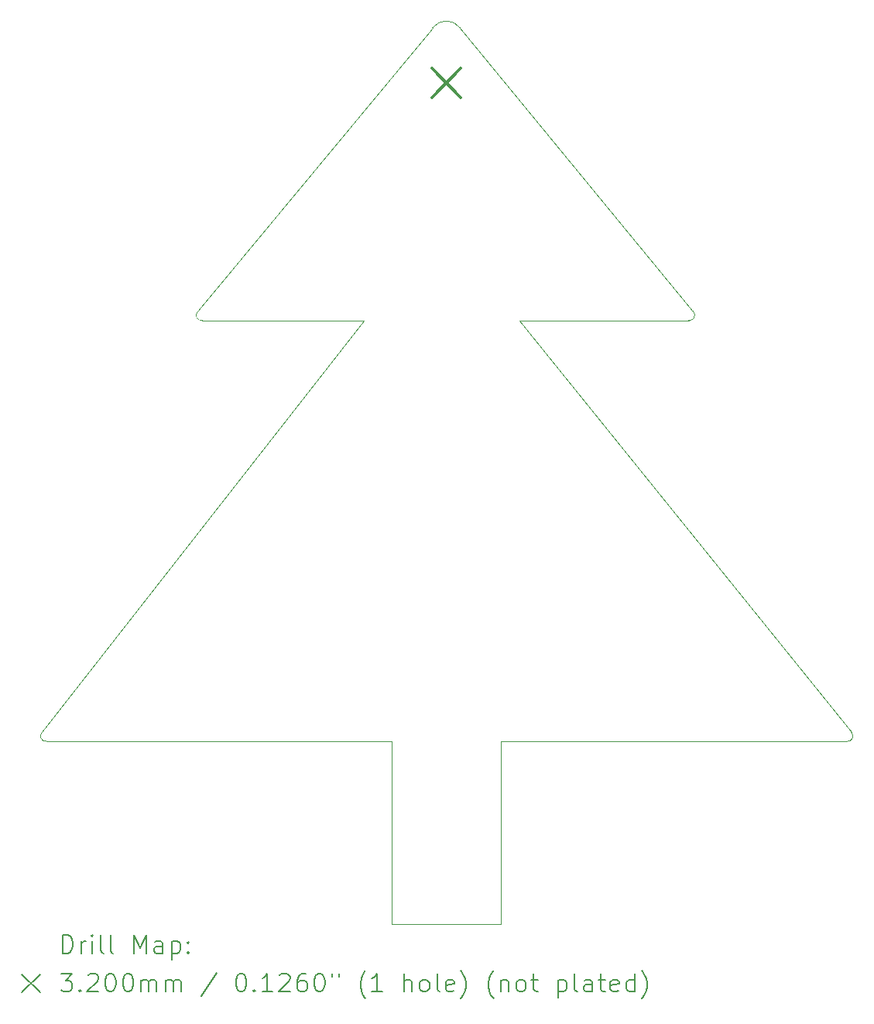
<source format=gbr>
%TF.GenerationSoftware,KiCad,Pcbnew,7.0.2.1-36-g582732918d-dirty-deb11*%
%TF.CreationDate,2024-01-19T17:51:50+00:00*%
%TF.ProjectId,baumsatz,6261756d-7361-4747-9a2e-6b696361645f,rev?*%
%TF.SameCoordinates,Original*%
%TF.FileFunction,Drillmap*%
%TF.FilePolarity,Positive*%
%FSLAX45Y45*%
G04 Gerber Fmt 4.5, Leading zero omitted, Abs format (unit mm)*
G04 Created by KiCad (PCBNEW 7.0.2.1-36-g582732918d-dirty-deb11) date 2024-01-19 17:51:50*
%MOMM*%
%LPD*%
G01*
G04 APERTURE LIST*
%ADD10C,0.100000*%
%ADD11C,0.200000*%
%ADD12C,0.320000*%
G04 APERTURE END LIST*
D10*
X-2668962Y-3400000D02*
X-900000Y-3400000D01*
X4428962Y-7901981D02*
X800000Y-3400000D01*
X150000Y-200000D02*
G75*
G03*
X-150000Y-200000I-150000J-116562D01*
G01*
X-600000Y-10000000D02*
X600000Y-10000000D01*
X-600000Y-8000000D02*
X-600000Y-10000000D01*
X800000Y-3400000D02*
X2650000Y-3400000D01*
X600000Y-8000000D02*
X4378962Y-8001981D01*
X4378962Y-8001981D02*
G75*
G03*
X4428962Y-7901981I8338J58331D01*
G01*
X-2718962Y-3300000D02*
G75*
G03*
X-2668962Y-3400000I41667J-41666D01*
G01*
X2650000Y-3400001D02*
G75*
G03*
X2700000Y-3300000I8333J58334D01*
G01*
X600000Y-10000000D02*
X600000Y-8000000D01*
X-4370778Y-7999889D02*
X-600000Y-8000000D01*
X-150000Y-200000D02*
X-2718962Y-3300000D01*
X-4420778Y-7899889D02*
G75*
G03*
X-4370778Y-7999889I40778J-42111D01*
G01*
X-900000Y-3400000D02*
X-4420778Y-7899889D01*
X2700000Y-3300000D02*
X150000Y-200000D01*
D11*
D12*
X-160000Y-640000D02*
X160000Y-960000D01*
X160000Y-640000D02*
X-160000Y-960000D01*
D11*
X-4196000Y-10317524D02*
X-4196000Y-10117524D01*
X-4196000Y-10117524D02*
X-4148381Y-10117524D01*
X-4148381Y-10117524D02*
X-4119809Y-10127048D01*
X-4119809Y-10127048D02*
X-4100762Y-10146095D01*
X-4100762Y-10146095D02*
X-4091238Y-10165143D01*
X-4091238Y-10165143D02*
X-4081714Y-10203238D01*
X-4081714Y-10203238D02*
X-4081714Y-10231810D01*
X-4081714Y-10231810D02*
X-4091238Y-10269905D01*
X-4091238Y-10269905D02*
X-4100762Y-10288952D01*
X-4100762Y-10288952D02*
X-4119809Y-10308000D01*
X-4119809Y-10308000D02*
X-4148381Y-10317524D01*
X-4148381Y-10317524D02*
X-4196000Y-10317524D01*
X-3996000Y-10317524D02*
X-3996000Y-10184190D01*
X-3996000Y-10222286D02*
X-3986476Y-10203238D01*
X-3986476Y-10203238D02*
X-3976952Y-10193714D01*
X-3976952Y-10193714D02*
X-3957905Y-10184190D01*
X-3957905Y-10184190D02*
X-3938857Y-10184190D01*
X-3872190Y-10317524D02*
X-3872190Y-10184190D01*
X-3872190Y-10117524D02*
X-3881714Y-10127048D01*
X-3881714Y-10127048D02*
X-3872190Y-10136571D01*
X-3872190Y-10136571D02*
X-3862667Y-10127048D01*
X-3862667Y-10127048D02*
X-3872190Y-10117524D01*
X-3872190Y-10117524D02*
X-3872190Y-10136571D01*
X-3748381Y-10317524D02*
X-3767428Y-10308000D01*
X-3767428Y-10308000D02*
X-3776952Y-10288952D01*
X-3776952Y-10288952D02*
X-3776952Y-10117524D01*
X-3643619Y-10317524D02*
X-3662667Y-10308000D01*
X-3662667Y-10308000D02*
X-3672190Y-10288952D01*
X-3672190Y-10288952D02*
X-3672190Y-10117524D01*
X-3415047Y-10317524D02*
X-3415047Y-10117524D01*
X-3415047Y-10117524D02*
X-3348381Y-10260381D01*
X-3348381Y-10260381D02*
X-3281714Y-10117524D01*
X-3281714Y-10117524D02*
X-3281714Y-10317524D01*
X-3100762Y-10317524D02*
X-3100762Y-10212762D01*
X-3100762Y-10212762D02*
X-3110286Y-10193714D01*
X-3110286Y-10193714D02*
X-3129333Y-10184190D01*
X-3129333Y-10184190D02*
X-3167428Y-10184190D01*
X-3167428Y-10184190D02*
X-3186476Y-10193714D01*
X-3100762Y-10308000D02*
X-3119809Y-10317524D01*
X-3119809Y-10317524D02*
X-3167428Y-10317524D01*
X-3167428Y-10317524D02*
X-3186476Y-10308000D01*
X-3186476Y-10308000D02*
X-3196000Y-10288952D01*
X-3196000Y-10288952D02*
X-3196000Y-10269905D01*
X-3196000Y-10269905D02*
X-3186476Y-10250857D01*
X-3186476Y-10250857D02*
X-3167428Y-10241333D01*
X-3167428Y-10241333D02*
X-3119809Y-10241333D01*
X-3119809Y-10241333D02*
X-3100762Y-10231810D01*
X-3005524Y-10184190D02*
X-3005524Y-10384190D01*
X-3005524Y-10193714D02*
X-2986476Y-10184190D01*
X-2986476Y-10184190D02*
X-2948381Y-10184190D01*
X-2948381Y-10184190D02*
X-2929333Y-10193714D01*
X-2929333Y-10193714D02*
X-2919809Y-10203238D01*
X-2919809Y-10203238D02*
X-2910286Y-10222286D01*
X-2910286Y-10222286D02*
X-2910286Y-10279429D01*
X-2910286Y-10279429D02*
X-2919809Y-10298476D01*
X-2919809Y-10298476D02*
X-2929333Y-10308000D01*
X-2929333Y-10308000D02*
X-2948381Y-10317524D01*
X-2948381Y-10317524D02*
X-2986476Y-10317524D01*
X-2986476Y-10317524D02*
X-3005524Y-10308000D01*
X-2824571Y-10298476D02*
X-2815047Y-10308000D01*
X-2815047Y-10308000D02*
X-2824571Y-10317524D01*
X-2824571Y-10317524D02*
X-2834095Y-10308000D01*
X-2834095Y-10308000D02*
X-2824571Y-10298476D01*
X-2824571Y-10298476D02*
X-2824571Y-10317524D01*
X-2824571Y-10193714D02*
X-2815047Y-10203238D01*
X-2815047Y-10203238D02*
X-2824571Y-10212762D01*
X-2824571Y-10212762D02*
X-2834095Y-10203238D01*
X-2834095Y-10203238D02*
X-2824571Y-10193714D01*
X-2824571Y-10193714D02*
X-2824571Y-10212762D01*
X-4643619Y-10545000D02*
X-4443619Y-10745000D01*
X-4443619Y-10545000D02*
X-4643619Y-10745000D01*
X-4215048Y-10537524D02*
X-4091238Y-10537524D01*
X-4091238Y-10537524D02*
X-4157905Y-10613714D01*
X-4157905Y-10613714D02*
X-4129333Y-10613714D01*
X-4129333Y-10613714D02*
X-4110286Y-10623238D01*
X-4110286Y-10623238D02*
X-4100762Y-10632762D01*
X-4100762Y-10632762D02*
X-4091238Y-10651810D01*
X-4091238Y-10651810D02*
X-4091238Y-10699429D01*
X-4091238Y-10699429D02*
X-4100762Y-10718476D01*
X-4100762Y-10718476D02*
X-4110286Y-10728000D01*
X-4110286Y-10728000D02*
X-4129333Y-10737524D01*
X-4129333Y-10737524D02*
X-4186476Y-10737524D01*
X-4186476Y-10737524D02*
X-4205524Y-10728000D01*
X-4205524Y-10728000D02*
X-4215048Y-10718476D01*
X-4005524Y-10718476D02*
X-3996000Y-10728000D01*
X-3996000Y-10728000D02*
X-4005524Y-10737524D01*
X-4005524Y-10737524D02*
X-4015047Y-10728000D01*
X-4015047Y-10728000D02*
X-4005524Y-10718476D01*
X-4005524Y-10718476D02*
X-4005524Y-10737524D01*
X-3919809Y-10556571D02*
X-3910286Y-10547048D01*
X-3910286Y-10547048D02*
X-3891238Y-10537524D01*
X-3891238Y-10537524D02*
X-3843619Y-10537524D01*
X-3843619Y-10537524D02*
X-3824571Y-10547048D01*
X-3824571Y-10547048D02*
X-3815047Y-10556571D01*
X-3815047Y-10556571D02*
X-3805524Y-10575619D01*
X-3805524Y-10575619D02*
X-3805524Y-10594667D01*
X-3805524Y-10594667D02*
X-3815047Y-10623238D01*
X-3815047Y-10623238D02*
X-3929333Y-10737524D01*
X-3929333Y-10737524D02*
X-3805524Y-10737524D01*
X-3681714Y-10537524D02*
X-3662666Y-10537524D01*
X-3662666Y-10537524D02*
X-3643619Y-10547048D01*
X-3643619Y-10547048D02*
X-3634095Y-10556571D01*
X-3634095Y-10556571D02*
X-3624571Y-10575619D01*
X-3624571Y-10575619D02*
X-3615047Y-10613714D01*
X-3615047Y-10613714D02*
X-3615047Y-10661333D01*
X-3615047Y-10661333D02*
X-3624571Y-10699429D01*
X-3624571Y-10699429D02*
X-3634095Y-10718476D01*
X-3634095Y-10718476D02*
X-3643619Y-10728000D01*
X-3643619Y-10728000D02*
X-3662666Y-10737524D01*
X-3662666Y-10737524D02*
X-3681714Y-10737524D01*
X-3681714Y-10737524D02*
X-3700762Y-10728000D01*
X-3700762Y-10728000D02*
X-3710286Y-10718476D01*
X-3710286Y-10718476D02*
X-3719809Y-10699429D01*
X-3719809Y-10699429D02*
X-3729333Y-10661333D01*
X-3729333Y-10661333D02*
X-3729333Y-10613714D01*
X-3729333Y-10613714D02*
X-3719809Y-10575619D01*
X-3719809Y-10575619D02*
X-3710286Y-10556571D01*
X-3710286Y-10556571D02*
X-3700762Y-10547048D01*
X-3700762Y-10547048D02*
X-3681714Y-10537524D01*
X-3491238Y-10537524D02*
X-3472190Y-10537524D01*
X-3472190Y-10537524D02*
X-3453143Y-10547048D01*
X-3453143Y-10547048D02*
X-3443619Y-10556571D01*
X-3443619Y-10556571D02*
X-3434095Y-10575619D01*
X-3434095Y-10575619D02*
X-3424571Y-10613714D01*
X-3424571Y-10613714D02*
X-3424571Y-10661333D01*
X-3424571Y-10661333D02*
X-3434095Y-10699429D01*
X-3434095Y-10699429D02*
X-3443619Y-10718476D01*
X-3443619Y-10718476D02*
X-3453143Y-10728000D01*
X-3453143Y-10728000D02*
X-3472190Y-10737524D01*
X-3472190Y-10737524D02*
X-3491238Y-10737524D01*
X-3491238Y-10737524D02*
X-3510286Y-10728000D01*
X-3510286Y-10728000D02*
X-3519809Y-10718476D01*
X-3519809Y-10718476D02*
X-3529333Y-10699429D01*
X-3529333Y-10699429D02*
X-3538857Y-10661333D01*
X-3538857Y-10661333D02*
X-3538857Y-10613714D01*
X-3538857Y-10613714D02*
X-3529333Y-10575619D01*
X-3529333Y-10575619D02*
X-3519809Y-10556571D01*
X-3519809Y-10556571D02*
X-3510286Y-10547048D01*
X-3510286Y-10547048D02*
X-3491238Y-10537524D01*
X-3338857Y-10737524D02*
X-3338857Y-10604190D01*
X-3338857Y-10623238D02*
X-3329333Y-10613714D01*
X-3329333Y-10613714D02*
X-3310286Y-10604190D01*
X-3310286Y-10604190D02*
X-3281714Y-10604190D01*
X-3281714Y-10604190D02*
X-3262666Y-10613714D01*
X-3262666Y-10613714D02*
X-3253143Y-10632762D01*
X-3253143Y-10632762D02*
X-3253143Y-10737524D01*
X-3253143Y-10632762D02*
X-3243619Y-10613714D01*
X-3243619Y-10613714D02*
X-3224571Y-10604190D01*
X-3224571Y-10604190D02*
X-3196000Y-10604190D01*
X-3196000Y-10604190D02*
X-3176952Y-10613714D01*
X-3176952Y-10613714D02*
X-3167428Y-10632762D01*
X-3167428Y-10632762D02*
X-3167428Y-10737524D01*
X-3072190Y-10737524D02*
X-3072190Y-10604190D01*
X-3072190Y-10623238D02*
X-3062666Y-10613714D01*
X-3062666Y-10613714D02*
X-3043619Y-10604190D01*
X-3043619Y-10604190D02*
X-3015047Y-10604190D01*
X-3015047Y-10604190D02*
X-2996000Y-10613714D01*
X-2996000Y-10613714D02*
X-2986476Y-10632762D01*
X-2986476Y-10632762D02*
X-2986476Y-10737524D01*
X-2986476Y-10632762D02*
X-2976952Y-10613714D01*
X-2976952Y-10613714D02*
X-2957905Y-10604190D01*
X-2957905Y-10604190D02*
X-2929333Y-10604190D01*
X-2929333Y-10604190D02*
X-2910285Y-10613714D01*
X-2910285Y-10613714D02*
X-2900762Y-10632762D01*
X-2900762Y-10632762D02*
X-2900762Y-10737524D01*
X-2510286Y-10528000D02*
X-2681714Y-10785143D01*
X-2253143Y-10537524D02*
X-2234095Y-10537524D01*
X-2234095Y-10537524D02*
X-2215047Y-10547048D01*
X-2215047Y-10547048D02*
X-2205524Y-10556571D01*
X-2205524Y-10556571D02*
X-2196000Y-10575619D01*
X-2196000Y-10575619D02*
X-2186476Y-10613714D01*
X-2186476Y-10613714D02*
X-2186476Y-10661333D01*
X-2186476Y-10661333D02*
X-2196000Y-10699429D01*
X-2196000Y-10699429D02*
X-2205524Y-10718476D01*
X-2205524Y-10718476D02*
X-2215047Y-10728000D01*
X-2215047Y-10728000D02*
X-2234095Y-10737524D01*
X-2234095Y-10737524D02*
X-2253143Y-10737524D01*
X-2253143Y-10737524D02*
X-2272190Y-10728000D01*
X-2272190Y-10728000D02*
X-2281714Y-10718476D01*
X-2281714Y-10718476D02*
X-2291238Y-10699429D01*
X-2291238Y-10699429D02*
X-2300762Y-10661333D01*
X-2300762Y-10661333D02*
X-2300762Y-10613714D01*
X-2300762Y-10613714D02*
X-2291238Y-10575619D01*
X-2291238Y-10575619D02*
X-2281714Y-10556571D01*
X-2281714Y-10556571D02*
X-2272190Y-10547048D01*
X-2272190Y-10547048D02*
X-2253143Y-10537524D01*
X-2100762Y-10718476D02*
X-2091238Y-10728000D01*
X-2091238Y-10728000D02*
X-2100762Y-10737524D01*
X-2100762Y-10737524D02*
X-2110285Y-10728000D01*
X-2110285Y-10728000D02*
X-2100762Y-10718476D01*
X-2100762Y-10718476D02*
X-2100762Y-10737524D01*
X-1900762Y-10737524D02*
X-2015047Y-10737524D01*
X-1957904Y-10737524D02*
X-1957904Y-10537524D01*
X-1957904Y-10537524D02*
X-1976952Y-10566095D01*
X-1976952Y-10566095D02*
X-1996000Y-10585143D01*
X-1996000Y-10585143D02*
X-2015047Y-10594667D01*
X-1824571Y-10556571D02*
X-1815047Y-10547048D01*
X-1815047Y-10547048D02*
X-1796000Y-10537524D01*
X-1796000Y-10537524D02*
X-1748381Y-10537524D01*
X-1748381Y-10537524D02*
X-1729333Y-10547048D01*
X-1729333Y-10547048D02*
X-1719809Y-10556571D01*
X-1719809Y-10556571D02*
X-1710285Y-10575619D01*
X-1710285Y-10575619D02*
X-1710285Y-10594667D01*
X-1710285Y-10594667D02*
X-1719809Y-10623238D01*
X-1719809Y-10623238D02*
X-1834095Y-10737524D01*
X-1834095Y-10737524D02*
X-1710285Y-10737524D01*
X-1538857Y-10537524D02*
X-1576952Y-10537524D01*
X-1576952Y-10537524D02*
X-1596000Y-10547048D01*
X-1596000Y-10547048D02*
X-1605523Y-10556571D01*
X-1605523Y-10556571D02*
X-1624571Y-10585143D01*
X-1624571Y-10585143D02*
X-1634095Y-10623238D01*
X-1634095Y-10623238D02*
X-1634095Y-10699429D01*
X-1634095Y-10699429D02*
X-1624571Y-10718476D01*
X-1624571Y-10718476D02*
X-1615047Y-10728000D01*
X-1615047Y-10728000D02*
X-1596000Y-10737524D01*
X-1596000Y-10737524D02*
X-1557904Y-10737524D01*
X-1557904Y-10737524D02*
X-1538857Y-10728000D01*
X-1538857Y-10728000D02*
X-1529333Y-10718476D01*
X-1529333Y-10718476D02*
X-1519809Y-10699429D01*
X-1519809Y-10699429D02*
X-1519809Y-10651810D01*
X-1519809Y-10651810D02*
X-1529333Y-10632762D01*
X-1529333Y-10632762D02*
X-1538857Y-10623238D01*
X-1538857Y-10623238D02*
X-1557904Y-10613714D01*
X-1557904Y-10613714D02*
X-1596000Y-10613714D01*
X-1596000Y-10613714D02*
X-1615047Y-10623238D01*
X-1615047Y-10623238D02*
X-1624571Y-10632762D01*
X-1624571Y-10632762D02*
X-1634095Y-10651810D01*
X-1396000Y-10537524D02*
X-1376952Y-10537524D01*
X-1376952Y-10537524D02*
X-1357904Y-10547048D01*
X-1357904Y-10547048D02*
X-1348381Y-10556571D01*
X-1348381Y-10556571D02*
X-1338857Y-10575619D01*
X-1338857Y-10575619D02*
X-1329333Y-10613714D01*
X-1329333Y-10613714D02*
X-1329333Y-10661333D01*
X-1329333Y-10661333D02*
X-1338857Y-10699429D01*
X-1338857Y-10699429D02*
X-1348381Y-10718476D01*
X-1348381Y-10718476D02*
X-1357904Y-10728000D01*
X-1357904Y-10728000D02*
X-1376952Y-10737524D01*
X-1376952Y-10737524D02*
X-1396000Y-10737524D01*
X-1396000Y-10737524D02*
X-1415047Y-10728000D01*
X-1415047Y-10728000D02*
X-1424571Y-10718476D01*
X-1424571Y-10718476D02*
X-1434095Y-10699429D01*
X-1434095Y-10699429D02*
X-1443619Y-10661333D01*
X-1443619Y-10661333D02*
X-1443619Y-10613714D01*
X-1443619Y-10613714D02*
X-1434095Y-10575619D01*
X-1434095Y-10575619D02*
X-1424571Y-10556571D01*
X-1424571Y-10556571D02*
X-1415047Y-10547048D01*
X-1415047Y-10547048D02*
X-1396000Y-10537524D01*
X-1253143Y-10537524D02*
X-1253143Y-10575619D01*
X-1176952Y-10537524D02*
X-1176952Y-10575619D01*
X-881714Y-10813714D02*
X-891238Y-10804190D01*
X-891238Y-10804190D02*
X-910285Y-10775619D01*
X-910285Y-10775619D02*
X-919809Y-10756571D01*
X-919809Y-10756571D02*
X-929333Y-10728000D01*
X-929333Y-10728000D02*
X-938857Y-10680381D01*
X-938857Y-10680381D02*
X-938857Y-10642286D01*
X-938857Y-10642286D02*
X-929333Y-10594667D01*
X-929333Y-10594667D02*
X-919809Y-10566095D01*
X-919809Y-10566095D02*
X-910285Y-10547048D01*
X-910285Y-10547048D02*
X-891238Y-10518476D01*
X-891238Y-10518476D02*
X-881714Y-10508952D01*
X-700761Y-10737524D02*
X-815047Y-10737524D01*
X-757904Y-10737524D02*
X-757904Y-10537524D01*
X-757904Y-10537524D02*
X-776952Y-10566095D01*
X-776952Y-10566095D02*
X-796000Y-10585143D01*
X-796000Y-10585143D02*
X-815047Y-10594667D01*
X-462666Y-10737524D02*
X-462666Y-10537524D01*
X-376952Y-10737524D02*
X-376952Y-10632762D01*
X-376952Y-10632762D02*
X-386476Y-10613714D01*
X-386476Y-10613714D02*
X-405523Y-10604190D01*
X-405523Y-10604190D02*
X-434095Y-10604190D01*
X-434095Y-10604190D02*
X-453142Y-10613714D01*
X-453142Y-10613714D02*
X-462666Y-10623238D01*
X-253142Y-10737524D02*
X-272190Y-10728000D01*
X-272190Y-10728000D02*
X-281714Y-10718476D01*
X-281714Y-10718476D02*
X-291238Y-10699429D01*
X-291238Y-10699429D02*
X-291238Y-10642286D01*
X-291238Y-10642286D02*
X-281714Y-10623238D01*
X-281714Y-10623238D02*
X-272190Y-10613714D01*
X-272190Y-10613714D02*
X-253142Y-10604190D01*
X-253142Y-10604190D02*
X-224571Y-10604190D01*
X-224571Y-10604190D02*
X-205523Y-10613714D01*
X-205523Y-10613714D02*
X-195999Y-10623238D01*
X-195999Y-10623238D02*
X-186476Y-10642286D01*
X-186476Y-10642286D02*
X-186476Y-10699429D01*
X-186476Y-10699429D02*
X-195999Y-10718476D01*
X-195999Y-10718476D02*
X-205523Y-10728000D01*
X-205523Y-10728000D02*
X-224571Y-10737524D01*
X-224571Y-10737524D02*
X-253142Y-10737524D01*
X-72190Y-10737524D02*
X-91238Y-10728000D01*
X-91238Y-10728000D02*
X-100761Y-10708952D01*
X-100761Y-10708952D02*
X-100761Y-10537524D01*
X80191Y-10728000D02*
X61143Y-10737524D01*
X61143Y-10737524D02*
X23048Y-10737524D01*
X23048Y-10737524D02*
X4000Y-10728000D01*
X4000Y-10728000D02*
X-5523Y-10708952D01*
X-5523Y-10708952D02*
X-5523Y-10632762D01*
X-5523Y-10632762D02*
X4000Y-10613714D01*
X4000Y-10613714D02*
X23048Y-10604190D01*
X23048Y-10604190D02*
X61143Y-10604190D01*
X61143Y-10604190D02*
X80191Y-10613714D01*
X80191Y-10613714D02*
X89715Y-10632762D01*
X89715Y-10632762D02*
X89715Y-10651810D01*
X89715Y-10651810D02*
X-5523Y-10670857D01*
X156381Y-10813714D02*
X165905Y-10804190D01*
X165905Y-10804190D02*
X184953Y-10775619D01*
X184953Y-10775619D02*
X194477Y-10756571D01*
X194477Y-10756571D02*
X204000Y-10728000D01*
X204000Y-10728000D02*
X213524Y-10680381D01*
X213524Y-10680381D02*
X213524Y-10642286D01*
X213524Y-10642286D02*
X204000Y-10594667D01*
X204000Y-10594667D02*
X194477Y-10566095D01*
X194477Y-10566095D02*
X184953Y-10547048D01*
X184953Y-10547048D02*
X165905Y-10518476D01*
X165905Y-10518476D02*
X156381Y-10508952D01*
X518286Y-10813714D02*
X508762Y-10804190D01*
X508762Y-10804190D02*
X489715Y-10775619D01*
X489715Y-10775619D02*
X480191Y-10756571D01*
X480191Y-10756571D02*
X470667Y-10728000D01*
X470667Y-10728000D02*
X461143Y-10680381D01*
X461143Y-10680381D02*
X461143Y-10642286D01*
X461143Y-10642286D02*
X470667Y-10594667D01*
X470667Y-10594667D02*
X480191Y-10566095D01*
X480191Y-10566095D02*
X489715Y-10547048D01*
X489715Y-10547048D02*
X508762Y-10518476D01*
X508762Y-10518476D02*
X518286Y-10508952D01*
X594477Y-10604190D02*
X594477Y-10737524D01*
X594477Y-10623238D02*
X604000Y-10613714D01*
X604000Y-10613714D02*
X623048Y-10604190D01*
X623048Y-10604190D02*
X651620Y-10604190D01*
X651620Y-10604190D02*
X670667Y-10613714D01*
X670667Y-10613714D02*
X680191Y-10632762D01*
X680191Y-10632762D02*
X680191Y-10737524D01*
X804000Y-10737524D02*
X784953Y-10728000D01*
X784953Y-10728000D02*
X775429Y-10718476D01*
X775429Y-10718476D02*
X765905Y-10699429D01*
X765905Y-10699429D02*
X765905Y-10642286D01*
X765905Y-10642286D02*
X775429Y-10623238D01*
X775429Y-10623238D02*
X784953Y-10613714D01*
X784953Y-10613714D02*
X804000Y-10604190D01*
X804000Y-10604190D02*
X832572Y-10604190D01*
X832572Y-10604190D02*
X851619Y-10613714D01*
X851619Y-10613714D02*
X861143Y-10623238D01*
X861143Y-10623238D02*
X870667Y-10642286D01*
X870667Y-10642286D02*
X870667Y-10699429D01*
X870667Y-10699429D02*
X861143Y-10718476D01*
X861143Y-10718476D02*
X851619Y-10728000D01*
X851619Y-10728000D02*
X832572Y-10737524D01*
X832572Y-10737524D02*
X804000Y-10737524D01*
X927810Y-10604190D02*
X1004000Y-10604190D01*
X956381Y-10537524D02*
X956381Y-10708952D01*
X956381Y-10708952D02*
X965905Y-10728000D01*
X965905Y-10728000D02*
X984953Y-10737524D01*
X984953Y-10737524D02*
X1004000Y-10737524D01*
X1223048Y-10604190D02*
X1223048Y-10804190D01*
X1223048Y-10613714D02*
X1242096Y-10604190D01*
X1242096Y-10604190D02*
X1280191Y-10604190D01*
X1280191Y-10604190D02*
X1299239Y-10613714D01*
X1299239Y-10613714D02*
X1308762Y-10623238D01*
X1308762Y-10623238D02*
X1318286Y-10642286D01*
X1318286Y-10642286D02*
X1318286Y-10699429D01*
X1318286Y-10699429D02*
X1308762Y-10718476D01*
X1308762Y-10718476D02*
X1299239Y-10728000D01*
X1299239Y-10728000D02*
X1280191Y-10737524D01*
X1280191Y-10737524D02*
X1242096Y-10737524D01*
X1242096Y-10737524D02*
X1223048Y-10728000D01*
X1432572Y-10737524D02*
X1413524Y-10728000D01*
X1413524Y-10728000D02*
X1404000Y-10708952D01*
X1404000Y-10708952D02*
X1404000Y-10537524D01*
X1594477Y-10737524D02*
X1594477Y-10632762D01*
X1594477Y-10632762D02*
X1584953Y-10613714D01*
X1584953Y-10613714D02*
X1565905Y-10604190D01*
X1565905Y-10604190D02*
X1527810Y-10604190D01*
X1527810Y-10604190D02*
X1508762Y-10613714D01*
X1594477Y-10728000D02*
X1575429Y-10737524D01*
X1575429Y-10737524D02*
X1527810Y-10737524D01*
X1527810Y-10737524D02*
X1508762Y-10728000D01*
X1508762Y-10728000D02*
X1499239Y-10708952D01*
X1499239Y-10708952D02*
X1499239Y-10689905D01*
X1499239Y-10689905D02*
X1508762Y-10670857D01*
X1508762Y-10670857D02*
X1527810Y-10661333D01*
X1527810Y-10661333D02*
X1575429Y-10661333D01*
X1575429Y-10661333D02*
X1594477Y-10651810D01*
X1661143Y-10604190D02*
X1737334Y-10604190D01*
X1689715Y-10537524D02*
X1689715Y-10708952D01*
X1689715Y-10708952D02*
X1699239Y-10728000D01*
X1699239Y-10728000D02*
X1718286Y-10737524D01*
X1718286Y-10737524D02*
X1737334Y-10737524D01*
X1880191Y-10728000D02*
X1861143Y-10737524D01*
X1861143Y-10737524D02*
X1823048Y-10737524D01*
X1823048Y-10737524D02*
X1804000Y-10728000D01*
X1804000Y-10728000D02*
X1794477Y-10708952D01*
X1794477Y-10708952D02*
X1794477Y-10632762D01*
X1794477Y-10632762D02*
X1804000Y-10613714D01*
X1804000Y-10613714D02*
X1823048Y-10604190D01*
X1823048Y-10604190D02*
X1861143Y-10604190D01*
X1861143Y-10604190D02*
X1880191Y-10613714D01*
X1880191Y-10613714D02*
X1889715Y-10632762D01*
X1889715Y-10632762D02*
X1889715Y-10651810D01*
X1889715Y-10651810D02*
X1794477Y-10670857D01*
X2061143Y-10737524D02*
X2061143Y-10537524D01*
X2061143Y-10728000D02*
X2042096Y-10737524D01*
X2042096Y-10737524D02*
X2004000Y-10737524D01*
X2004000Y-10737524D02*
X1984953Y-10728000D01*
X1984953Y-10728000D02*
X1975429Y-10718476D01*
X1975429Y-10718476D02*
X1965905Y-10699429D01*
X1965905Y-10699429D02*
X1965905Y-10642286D01*
X1965905Y-10642286D02*
X1975429Y-10623238D01*
X1975429Y-10623238D02*
X1984953Y-10613714D01*
X1984953Y-10613714D02*
X2004000Y-10604190D01*
X2004000Y-10604190D02*
X2042096Y-10604190D01*
X2042096Y-10604190D02*
X2061143Y-10613714D01*
X2137334Y-10813714D02*
X2146858Y-10804190D01*
X2146858Y-10804190D02*
X2165905Y-10775619D01*
X2165905Y-10775619D02*
X2175429Y-10756571D01*
X2175429Y-10756571D02*
X2184953Y-10728000D01*
X2184953Y-10728000D02*
X2194477Y-10680381D01*
X2194477Y-10680381D02*
X2194477Y-10642286D01*
X2194477Y-10642286D02*
X2184953Y-10594667D01*
X2184953Y-10594667D02*
X2175429Y-10566095D01*
X2175429Y-10566095D02*
X2165905Y-10547048D01*
X2165905Y-10547048D02*
X2146858Y-10518476D01*
X2146858Y-10518476D02*
X2137334Y-10508952D01*
M02*

</source>
